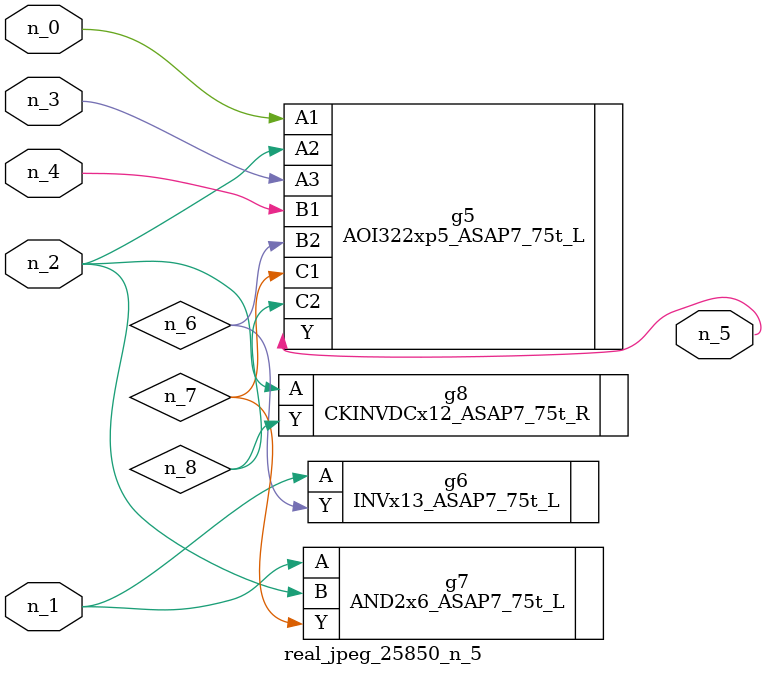
<source format=v>
module real_jpeg_25850_n_5 (n_4, n_0, n_1, n_2, n_3, n_5);

input n_4;
input n_0;
input n_1;
input n_2;
input n_3;

output n_5;

wire n_8;
wire n_6;
wire n_7;

AOI322xp5_ASAP7_75t_L g5 ( 
.A1(n_0),
.A2(n_2),
.A3(n_3),
.B1(n_4),
.B2(n_6),
.C1(n_7),
.C2(n_8),
.Y(n_5)
);

INVx13_ASAP7_75t_L g6 ( 
.A(n_1),
.Y(n_6)
);

AND2x6_ASAP7_75t_L g7 ( 
.A(n_1),
.B(n_2),
.Y(n_7)
);

CKINVDCx12_ASAP7_75t_R g8 ( 
.A(n_2),
.Y(n_8)
);


endmodule
</source>
